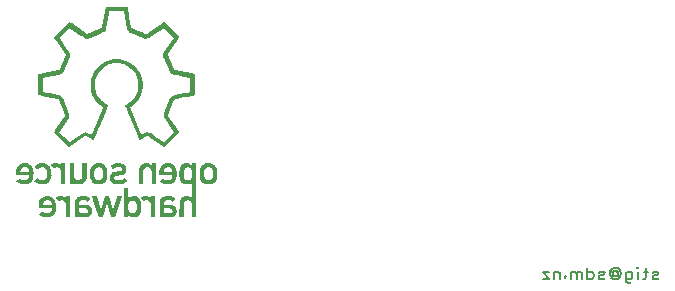
<source format=gbo>
G04 Layer: BottomSilkscreenLayer*
G04 EasyEDA Pro v2.2.45.4, 2026-02-20 22:42:29*
G04 Gerber Generator version 0.3*
G04 Scale: 100 percent, Rotated: No, Reflected: No*
G04 Dimensions in millimeters*
G04 Leading zeros omitted, absolute positions, 4 integers and 5 decimals*
G04 Generated by one-click*
%FSLAX45Y45*%
%MOMM*%
%ADD10C,0.2032*%
%ADD11C,0.4446*%
G75*


G04 Image Start*
G36*
G01X1661889Y-1874788D02*
G01X1656686Y-1874788D01*
G01X1632449Y-1858247D01*
G01X1608212Y-1841706D01*
G01X1581156Y-1823182D01*
G01X1553061Y-1803951D01*
G01X1524966Y-1784721D01*
G01X1519292Y-1782743D01*
G01X1514058Y-1784759D01*
G01X1456700Y-1815284D01*
G01X1449716Y-1815285D01*
G01X1448077Y-1812785D01*
G01X1446439Y-1810286D01*
G01X1417436Y-1740094D01*
G01X1362254Y-1607022D01*
G01X1333635Y-1537782D01*
G01X1329539Y-1528311D01*
G01X1329539Y-1522576D01*
G01X1332801Y-1517919D01*
G01X1349560Y-1507793D01*
G01X1358218Y-1500901D01*
G01X1365761Y-1495586D01*
G01X1373305Y-1490270D01*
G01X1391222Y-1474334D01*
G01X1400498Y-1462783D01*
G01X1409774Y-1451231D01*
G01X1415086Y-1442466D01*
G01X1420397Y-1433700D01*
G01X1428878Y-1415263D01*
G01X1431618Y-1407282D01*
G01X1434359Y-1399301D01*
G01X1438670Y-1381991D01*
G01X1441025Y-1366317D01*
G01X1442367Y-1340879D01*
G01X1441084Y-1328979D01*
G01X1439802Y-1317078D01*
G01X1436529Y-1301932D01*
G01X1432753Y-1290241D01*
G01X1428977Y-1278551D01*
G01X1424340Y-1268604D01*
G01X1419703Y-1258656D01*
G01X1401860Y-1232036D01*
G01X1392023Y-1221750D01*
G01X1382187Y-1211464D01*
G01X1373990Y-1204854D01*
G01X1365793Y-1198245D01*
G01X1347395Y-1186326D01*
G01X1336329Y-1181097D01*
G01X1325263Y-1175869D01*
G01X1315505Y-1172601D01*
G01X1305748Y-1169333D01*
G01X1285708Y-1165190D01*
G01X1258049Y-1162547D01*
G01X1229433Y-1165111D01*
G01X1209367Y-1169342D01*
G01X1199623Y-1172605D01*
G01X1189879Y-1175869D01*
G01X1178812Y-1181097D01*
G01X1167746Y-1186326D01*
G01X1149348Y-1198245D01*
G01X1141039Y-1204945D01*
G01X1132730Y-1211644D01*
G01X1123313Y-1221627D01*
G01X1113897Y-1231609D01*
G01X1106363Y-1242428D01*
G01X1098829Y-1253247D01*
G01X1093912Y-1262981D01*
G01X1088994Y-1272716D01*
G01X1085436Y-1281924D01*
G01X1081879Y-1291132D01*
G01X1076464Y-1312750D01*
G01X1073676Y-1330061D01*
G01X1073830Y-1369008D01*
G01X1076624Y-1382220D01*
G01X1079418Y-1395431D01*
G01X1082866Y-1405480D01*
G01X1086314Y-1415529D01*
G01X1094573Y-1433419D01*
G01X1105367Y-1451231D01*
G01X1123624Y-1473951D01*
G01X1132056Y-1481524D01*
G01X1140489Y-1489097D01*
G01X1147083Y-1493896D01*
G01X1153677Y-1498695D01*
G01X1161252Y-1504288D01*
G01X1168828Y-1509880D01*
G01X1175581Y-1513895D01*
G01X1182333Y-1517910D01*
G01X1183968Y-1520243D01*
G01X1185603Y-1522576D01*
G01X1185603Y-1527699D01*
G01X1163530Y-1580884D01*
G01X1141457Y-1634069D01*
G01X1115028Y-1697900D01*
G01X1103146Y-1726570D01*
G01X1091264Y-1755240D01*
G01X1083990Y-1772550D01*
G01X1075771Y-1792507D01*
G01X1067552Y-1812465D01*
G01X1066381Y-1813875D01*
G01X1065210Y-1815285D01*
G01X1058161Y-1815285D01*
G01X1029081Y-1799814D01*
G01X1000001Y-1784343D01*
G01X998021Y-1783587D01*
G01X996041Y-1782830D01*
G01X990859Y-1784130D01*
G01X858417Y-1874788D01*
G01X850675Y-1874788D01*
G01X789248Y-1813381D01*
G01X727821Y-1751973D01*
G01X727821Y-1744132D01*
G01X732886Y-1736703D01*
G01X737950Y-1729275D01*
G01X778202Y-1670768D01*
G01X818454Y-1612260D01*
G01X820892Y-1607706D01*
G01X820892Y-1602082D01*
G01X795272Y-1538016D01*
G01X769650Y-1473951D01*
G01X767945Y-1471933D01*
G01X766240Y-1469916D01*
G01X760829Y-1467846D01*
G01X707800Y-1458170D01*
G01X655518Y-1448480D01*
G01X603237Y-1438790D01*
G01X601102Y-1438790D01*
G01X598446Y-1436134D01*
G01X595790Y-1433479D01*
G01X595790Y-1410620D01*
G01X632585Y-1410620D01*
G01X637455Y-1411740D01*
G01X665593Y-1417014D01*
G01X677498Y-1419218D01*
G01X689402Y-1421422D01*
G01X730122Y-1429025D01*
G01X770843Y-1436628D01*
G01X775530Y-1438281D01*
G01X780217Y-1439934D01*
G01X790049Y-1446253D01*
G01X798915Y-1455559D01*
G01X801122Y-1459345D01*
G01X803329Y-1463132D01*
G01X830238Y-1530209D01*
G01X857147Y-1597285D01*
G01X857121Y-1608645D01*
G01X857096Y-1620005D01*
G01X854350Y-1626572D01*
G01X851604Y-1633139D01*
G01X818208Y-1681748D01*
G01X784812Y-1730357D01*
G01X772081Y-1748389D01*
G01X772081Y-1748389D01*
G01X815380Y-1791303D01*
G01X858680Y-1834217D01*
G01X910943Y-1798183D01*
G01X963205Y-1762148D01*
G01X970373Y-1757841D01*
G01X977541Y-1753534D01*
G01X994553Y-1750065D01*
G01X1002147Y-1751201D01*
G01X1009741Y-1752336D01*
G01X1028005Y-1761675D01*
G01X1046270Y-1771014D01*
G01X1046535Y-1770700D01*
G01X1046800Y-1770386D01*
G01X1056714Y-1746585D01*
G01X1141444Y-1542109D01*
G01X1142218Y-1539946D01*
G01X1116028Y-1520472D01*
G01X1104754Y-1509746D01*
G01X1093480Y-1499019D01*
G01X1085076Y-1488574D01*
G01X1076671Y-1478129D01*
G01X1070342Y-1467926D01*
G01X1064013Y-1457723D01*
G01X1051614Y-1431757D01*
G01X1048186Y-1421480D01*
G01X1044758Y-1411202D01*
G01X1042704Y-1402547D01*
G01X1040650Y-1393892D01*
G01X1038863Y-1382532D01*
G01X1037076Y-1371172D01*
G01X1037088Y-1332224D01*
G01X1040742Y-1308423D01*
G01X1044788Y-1291113D01*
G01X1049205Y-1278338D01*
G01X1053622Y-1265564D01*
G01X1059413Y-1253914D01*
G01X1065204Y-1242265D01*
G01X1069888Y-1234773D01*
G01X1074573Y-1227282D01*
G01X1082464Y-1216794D01*
G01X1090355Y-1206305D01*
G01X1101468Y-1195156D01*
G01X1112582Y-1184007D01*
G01X1122848Y-1176322D01*
G01X1133115Y-1168638D01*
G01X1142314Y-1162878D01*
G01X1151512Y-1157119D01*
G01X1162699Y-1151832D01*
G01X1173886Y-1146544D01*
G01X1199136Y-1138105D01*
G01X1224022Y-1132780D01*
G01X1235843Y-1131617D01*
G01X1247665Y-1130453D01*
G01X1267476Y-1130453D01*
G01X1279298Y-1131617D01*
G01X1291120Y-1132780D01*
G01X1303024Y-1135352D01*
G01X1314929Y-1137924D01*
G01X1323586Y-1140542D01*
G01X1332244Y-1143161D01*
G01X1341984Y-1147167D01*
G01X1351724Y-1151174D01*
G01X1369634Y-1160645D01*
G01X1387438Y-1172257D01*
G01X1398470Y-1181134D01*
G01X1409502Y-1190012D01*
G01X1418781Y-1200099D01*
G01X1428061Y-1210186D01*
G01X1434076Y-1218193D01*
G01X1440090Y-1226200D01*
G01X1452209Y-1245674D01*
G01X1462828Y-1268122D01*
G01X1472279Y-1296522D01*
G01X1474467Y-1307882D01*
G01X1476654Y-1319242D01*
G01X1477875Y-1330602D01*
G01X1479095Y-1341961D01*
G01X1478372Y-1357108D01*
G01X1477648Y-1372254D01*
G01X1474491Y-1393892D01*
G01X1472424Y-1402547D01*
G01X1470357Y-1411202D01*
G01X1464682Y-1428512D01*
G01X1460202Y-1438790D01*
G01X1455721Y-1449068D01*
G01X1449717Y-1459623D01*
G01X1443713Y-1470179D01*
G01X1429644Y-1490056D01*
G01X1406063Y-1514593D01*
G01X1386355Y-1530352D01*
G01X1381485Y-1533771D01*
G01X1376615Y-1537190D01*
G01X1374752Y-1538664D01*
G01X1372889Y-1540139D01*
G01X1405014Y-1617841D01*
G01X1457447Y-1744421D01*
G01X1468278Y-1770386D01*
G01X1468634Y-1770759D01*
G01X1468989Y-1771131D01*
G01X1482830Y-1763727D01*
G01X1496671Y-1756322D01*
G01X1502659Y-1753984D01*
G01X1508647Y-1751645D01*
G01X1520551Y-1750230D01*
G01X1534620Y-1752480D01*
G01X1546705Y-1758684D01*
G01X1601594Y-1796304D01*
G01X1656484Y-1833924D01*
G01X1656888Y-1833530D01*
G01X1657293Y-1833136D01*
G01X1742979Y-1748103D01*
G01X1740371Y-1744639D01*
G01X1737764Y-1741176D01*
G01X1700398Y-1686828D01*
G01X1663032Y-1632481D01*
G01X1660679Y-1626243D01*
G01X1658326Y-1620005D01*
G01X1657755Y-1611891D01*
G01X1657185Y-1603777D01*
G01X1658899Y-1597096D01*
G01X1660613Y-1590415D01*
G01X1711796Y-1463132D01*
G01X1714986Y-1458076D01*
G01X1718177Y-1453020D01*
G01X1722717Y-1448853D01*
G01X1727257Y-1444686D01*
G01X1731163Y-1442284D01*
G01X1735070Y-1439883D01*
G01X1744266Y-1436639D01*
G01X1785002Y-1429036D01*
G01X1825739Y-1421434D01*
G01X1837102Y-1419324D01*
G01X1848466Y-1417215D01*
G01X1865014Y-1414074D01*
G01X1881562Y-1410933D01*
G01X1882170Y-1410326D01*
G01X1882777Y-1409718D01*
G01X1882761Y-1290344D01*
G01X1881847Y-1289537D01*
G01X1880933Y-1288728D01*
G01X1795437Y-1273044D01*
G01X1774874Y-1269091D01*
G01X1759723Y-1266285D01*
G01X1744572Y-1263479D01*
G01X1739702Y-1262249D01*
G01X1734832Y-1261018D01*
G01X1725092Y-1256177D01*
G01X1719923Y-1251620D01*
G01X1714754Y-1247062D01*
G01X1711705Y-1242581D01*
G01X1708656Y-1238101D01*
G01X1692142Y-1199694D01*
G01X1675628Y-1161287D01*
G01X1664647Y-1135863D01*
G01X1653665Y-1110439D01*
G01X1653667Y-1097997D01*
G01X1653669Y-1085555D01*
G01X1659852Y-1072167D01*
G01X1701392Y-1011784D01*
G01X1742931Y-951402D01*
G01X1657100Y-865570D01*
G01X1639410Y-877652D01*
G01X1621720Y-889735D01*
G01X1600897Y-904012D01*
G01X1580074Y-918290D01*
G01X1554642Y-935486D01*
G01X1529209Y-952682D01*
G01X1518387Y-956156D01*
G01X1508365Y-957559D01*
G01X1500692Y-956369D01*
G01X1493019Y-955179D01*
G01X1458626Y-941240D01*
G01X1424233Y-927302D01*
G01X1400996Y-917857D01*
G01X1377759Y-908412D01*
G01X1371776Y-905607D01*
G01X1365793Y-902803D01*
G01X1359696Y-896751D01*
G01X1353599Y-890701D01*
G01X1350916Y-885349D01*
G01X1348232Y-879998D01*
G01X1345835Y-872425D01*
G01X1318716Y-726714D01*
G01X1318716Y-725830D01*
G01X1196741Y-725830D01*
G01X1192209Y-750172D01*
G01X1169187Y-873506D01*
G01X1165052Y-885297D01*
G01X1160389Y-891301D01*
G01X1155726Y-897304D01*
G01X1150551Y-901214D01*
G01X1145375Y-905125D01*
G01X1120847Y-915167D01*
G01X1096319Y-925209D01*
G01X1054112Y-942451D01*
G01X1038562Y-948791D01*
G01X1023012Y-955130D01*
G01X1016603Y-956391D01*
G01X1010193Y-957651D01*
G01X1004015Y-956995D01*
G01X997836Y-956338D01*
G01X992032Y-954603D01*
G01X986228Y-952868D01*
G01X964435Y-938155D01*
G01X942643Y-923441D01*
G01X904765Y-897284D01*
G01X893943Y-889915D01*
G01X883120Y-882546D01*
G01X870834Y-874127D01*
G01X858548Y-865709D01*
G01X815357Y-908465D01*
G01X772167Y-951220D01*
G01X773532Y-953189D01*
G01X774898Y-955158D01*
G01X815907Y-1014821D01*
G01X856916Y-1074483D01*
G01X859444Y-1081642D01*
G01X861971Y-1088801D01*
G01X862005Y-1106111D01*
G01X860854Y-1110256D01*
G01X859702Y-1114401D01*
G01X807963Y-1235392D01*
G01X804389Y-1242303D01*
G01X798857Y-1248149D01*
G01X793326Y-1253996D01*
G01X788946Y-1256562D01*
G01X784567Y-1259127D01*
G01X779732Y-1260868D01*
G01X774898Y-1262608D01*
G01X707800Y-1275190D01*
G01X670196Y-1282069D01*
G01X632593Y-1288949D01*
G01X632585Y-1410620D01*
G01X595790Y-1410620D01*
G01X595790Y-1259679D01*
G01X597416Y-1257357D01*
G01X599043Y-1255035D01*
G01X606071Y-1252833D01*
G01X641243Y-1246328D01*
G01X676415Y-1239824D01*
G01X765158Y-1223403D01*
G01X768218Y-1222201D01*
G01X771278Y-1221000D01*
G01X774225Y-1216463D01*
G01X799723Y-1156989D01*
G01X825221Y-1097516D01*
G01X825221Y-1089644D01*
G01X810738Y-1068667D01*
G01X796255Y-1047689D01*
G01X762070Y-997923D01*
G01X727884Y-948156D01*
G01X727821Y-939538D01*
G01X850654Y-817865D01*
G01X854852Y-817827D01*
G01X859049Y-817790D01*
G01X867297Y-823383D01*
G01X875545Y-828977D01*
G01X936691Y-870810D01*
G01X997836Y-912642D01*
G01X1003739Y-916457D01*
G01X1010823Y-916456D01*
G01X1047078Y-901673D01*
G01X1083332Y-886889D01*
G01X1104934Y-878043D01*
G01X1126536Y-869197D01*
G01X1129437Y-866757D01*
G01X1132337Y-864317D01*
G01X1132947Y-861879D01*
G01X1133556Y-859442D01*
G01X1149291Y-775133D01*
G01X1165026Y-690823D01*
G01X1167386Y-688312D01*
G01X1169746Y-685800D01*
G01X1344569Y-685800D01*
G01X1347297Y-688234D01*
G01X1350025Y-690668D01*
G01X1365875Y-776137D01*
G01X1381726Y-861606D01*
G01X1383244Y-864025D01*
G01X1384762Y-866444D01*
G01X1387297Y-868104D01*
G01X1389832Y-869765D01*
G01X1407032Y-876841D01*
G01X1424233Y-883918D01*
G01X1474016Y-904144D01*
G01X1487544Y-909824D01*
G01X1501071Y-915504D01*
G01X1511510Y-916460D01*
G01X1534620Y-900743D01*
G01X1544631Y-893887D01*
G01X1554642Y-887030D01*
G01X1574663Y-873335D01*
G01X1599554Y-856269D01*
G01X1655830Y-817704D01*
G01X1660335Y-818017D01*
G01X1664841Y-818331D01*
G01X1726080Y-879219D01*
G01X1787320Y-940107D01*
G01X1787320Y-947587D01*
G01X1777191Y-962477D01*
G01X1767062Y-977367D01*
G01X1728491Y-1033523D01*
G01X1689920Y-1089679D01*
G01X1689920Y-1097500D01*
G01X1715193Y-1156486D01*
G01X1740467Y-1215472D01*
G01X1741740Y-1217850D01*
G01X1743013Y-1220227D01*
G01X1745957Y-1221721D01*
G01X1748901Y-1223215D01*
G01X1755394Y-1224359D01*
G01X1761888Y-1225503D01*
G01X1832232Y-1238576D01*
G01X1902577Y-1251650D01*
G01X1908418Y-1252829D01*
G01X1914258Y-1254007D01*
G01X1919352Y-1259099D01*
G01X1919352Y-1433479D01*
G01X1914329Y-1438500D01*
G01X1906829Y-1439784D01*
G01X1899330Y-1441069D01*
G01X1861453Y-1448081D01*
G01X1823575Y-1455092D01*
G01X1771628Y-1464679D01*
G01X1761445Y-1466509D01*
G01X1751262Y-1468338D01*
G01X1748280Y-1471145D01*
G01X1745297Y-1473951D01*
G01X1719634Y-1538077D01*
G01X1693970Y-1602202D01*
G01X1694522Y-1606316D01*
G01X1695074Y-1610429D01*
G01X1738335Y-1673017D01*
G01X1762827Y-1708605D01*
G01X1787320Y-1744194D01*
G01X1787320Y-1751949D01*
G01X1667734Y-1871690D01*
G01X1664812Y-1873239D01*
G01X1661889Y-1874788D01*
G37*
G36*
G01X1826318Y-2361094D02*
G01X1826299Y-2414918D01*
G01X1826280Y-2468741D01*
G01X1789347Y-2468741D01*
G01X1790184Y-2339456D01*
G01X1791959Y-2333555D01*
G01X1793734Y-2327654D01*
G01X1797085Y-2320850D01*
G01X1800435Y-2314047D01*
G01X1814138Y-2300144D01*
G01X1823185Y-2295803D01*
G01X1832232Y-2291461D01*
G01X1838654Y-2290305D01*
G01X1845076Y-2289149D01*
G01X1850559Y-2289168D01*
G01X1856041Y-2289186D01*
G01X1863617Y-2290769D01*
G01X1871193Y-2292352D01*
G01X1878768Y-2296195D01*
G01X1886344Y-2300038D01*
G01X1895002Y-2307811D01*
G01X1895287Y-2274216D01*
G01X1895573Y-2240620D01*
G01X1895287Y-2206398D01*
G01X1895002Y-2172175D01*
G01X1886344Y-2179459D01*
G01X1875521Y-2186014D01*
G01X1869028Y-2188525D01*
G01X1862535Y-2191035D01*
G01X1838726Y-2191180D01*
G01X1832774Y-2189184D01*
G01X1826821Y-2187187D01*
G01X1814120Y-2180523D01*
G01X1801930Y-2168383D01*
G01X1798453Y-2162501D01*
G01X1794976Y-2156618D01*
G01X1793321Y-2150127D01*
G01X1791666Y-2143636D01*
G01X1790593Y-2130653D01*
G01X1789877Y-2121998D01*
G01X1826821Y-2121998D01*
G01X1829854Y-2133823D01*
G01X1831871Y-2138381D01*
G01X1833888Y-2142940D01*
G01X1843898Y-2151748D01*
G01X1848347Y-2153096D01*
G01X1852795Y-2154443D01*
G01X1861994Y-2154449D01*
G01X1861994Y-2154449D01*
G01X1871193Y-2154454D01*
G01X1877494Y-2151361D01*
G01X1883796Y-2148268D01*
G01X1886975Y-2143880D01*
G01X1890155Y-2139492D01*
G01X1892474Y-2132368D01*
G01X1894793Y-2125244D01*
G01X1895284Y-2104987D01*
G01X1895775Y-2084731D01*
G01X1894531Y-2077587D01*
G01X1893286Y-2070444D01*
G01X1889003Y-2058999D01*
G01X1884445Y-2054488D01*
G01X1879887Y-2049977D01*
G01X1873376Y-2047841D01*
G01X1866864Y-2045706D01*
G01X1859107Y-2046166D01*
G01X1851350Y-2046627D01*
G01X1846120Y-2048939D01*
G01X1840890Y-2051251D01*
G01X1837813Y-2054168D01*
G01X1834736Y-2057085D01*
G01X1832258Y-2061954D01*
G01X1829780Y-2066822D01*
G01X1828356Y-2073313D01*
G01X1826931Y-2079805D01*
G01X1826876Y-2100901D01*
G01X1826821Y-2121998D01*
G01X1789877Y-2121998D01*
G01X1789519Y-2117670D01*
G01X1789548Y-2086296D01*
G01X1790544Y-2072682D01*
G01X1791541Y-2059067D01*
G01X1793293Y-2051366D01*
G01X1795046Y-2043665D01*
G01X1799140Y-2037393D01*
G01X1803235Y-2031120D01*
G01X1812752Y-2021806D01*
G01X1822821Y-2015344D01*
G01X1835479Y-2010773D01*
G01X1847925Y-2010455D01*
G01X1860370Y-2010136D01*
G01X1865781Y-2011538D01*
G01X1871193Y-2012940D01*
G01X1882015Y-2017866D01*
G01X1888779Y-2023159D01*
G01X1895543Y-2028452D01*
G01X1895543Y-2011105D01*
G01X1932338Y-2011105D01*
G01X1932338Y-2468741D01*
G01X1895614Y-2468741D01*
G01X1895308Y-2410049D01*
G01X1895002Y-2351357D01*
G01X1892198Y-2345407D01*
G01X1889395Y-2339456D01*
G01X1886606Y-2336161D01*
G01X1883817Y-2332865D01*
G01X1878046Y-2329722D01*
G01X1872275Y-2326578D01*
G01X1862910Y-2326128D01*
G01X1853546Y-2325678D01*
G01X1847759Y-2328337D01*
G01X1841972Y-2330996D01*
G01X1838434Y-2333988D01*
G01X1834896Y-2336980D01*
G01X1832180Y-2341611D01*
G01X1829465Y-2346243D01*
G01X1827892Y-2353668D01*
G01X1826318Y-2361094D01*
G37*
G36*
G01X1245786Y-2468741D02*
G01X1212951Y-2468741D01*
G01X1194716Y-2407666D01*
G01X1176482Y-2346591D01*
G01X1176075Y-2346997D01*
G01X1175668Y-2347404D01*
G01X1157621Y-2407802D01*
G01X1139573Y-2468200D01*
G01X1106378Y-2468200D01*
G01X1078351Y-2380596D01*
G01X1050324Y-2292992D01*
G01X1050324Y-2291313D01*
G01X1088949Y-2291313D01*
G01X1105596Y-2352374D01*
G01X1122243Y-2413435D01*
G01X1123375Y-2412357D01*
G01X1142919Y-2352105D01*
G01X1162464Y-2291853D01*
G01X1189672Y-2291250D01*
G01X1207077Y-2344866D01*
G01X1218213Y-2379203D01*
G01X1229349Y-2413540D01*
G01X1230028Y-2412741D01*
G01X1230706Y-2411942D01*
G01X1262729Y-2294017D01*
G01X1263754Y-2291313D01*
G01X1302715Y-2291313D01*
G01X1301685Y-2294017D01*
G01X1245786Y-2468741D01*
G37*
G36*
G01X1430172Y-2465729D02*
G01X1422021Y-2468317D01*
G01X1413870Y-2470905D01*
G01X1403359Y-2470892D01*
G01X1392849Y-2470879D01*
G01X1387263Y-2469392D01*
G01X1381677Y-2467906D01*
G01X1375893Y-2465258D01*
G01X1370109Y-2462611D01*
G01X1363893Y-2457550D01*
G01X1357676Y-2452488D01*
G01X1357676Y-2468741D01*
G01X1320881Y-2468741D01*
G01X1320881Y-2400236D01*
G01X1357676Y-2400236D01*
G01X1359776Y-2408442D01*
G01X1361875Y-2416647D01*
G01X1364516Y-2420786D01*
G01X1367157Y-2424925D01*
G01X1369735Y-2427306D01*
G01X1372313Y-2429688D01*
G01X1372313Y-2429688D01*
G01X1377448Y-2431958D01*
G01X1382583Y-2434229D01*
G01X1401076Y-2434229D01*
G01X1406772Y-2431622D01*
G01X1412468Y-2429015D01*
G01X1415526Y-2425958D01*
G01X1418585Y-2422900D01*
G01X1421146Y-2417307D01*
G01X1423708Y-2411713D01*
G01X1426202Y-2398960D01*
G01X1426235Y-2379486D01*
G01X1426268Y-2360012D01*
G01X1424854Y-2353521D01*
G01X1423439Y-2347029D01*
G01X1418496Y-2337292D01*
G01X1416494Y-2335039D01*
G01X1414493Y-2332786D01*
G01X1411546Y-2330876D01*
G01X1408598Y-2328967D01*
G01X1399342Y-2326077D01*
G01X1383731Y-2325933D01*
G01X1377953Y-2328094D01*
G01X1372175Y-2330255D01*
G01X1368808Y-2333774D01*
G01X1365441Y-2337292D01*
G01X1363161Y-2341721D01*
G01X1360881Y-2346151D01*
G01X1357714Y-2361094D01*
G01X1357695Y-2380665D01*
G01X1357676Y-2400236D01*
G01X1320881Y-2400236D01*
G01X1320881Y-2219908D01*
G01X1357676Y-2219908D01*
G01X1357676Y-2308536D01*
G01X1372286Y-2297448D01*
G01X1379024Y-2294381D01*
G01X1385762Y-2291315D01*
G01X1393259Y-2290029D01*
G01X1400755Y-2288744D01*
G01X1410452Y-2289857D01*
G01X1420148Y-2290969D01*
G01X1434919Y-2297879D01*
G01X1445412Y-2305879D01*
G01X1450432Y-2312267D01*
G01X1455453Y-2318655D01*
G01X1457898Y-2325390D01*
G01X1460344Y-2332126D01*
G01X1461494Y-2340659D01*
G01X1462644Y-2349193D01*
G01X1463488Y-2388141D01*
G01X1461789Y-2420597D01*
G01X1460070Y-2427910D01*
G01X1458350Y-2435222D01*
G01X1455660Y-2440529D01*
G01X1452970Y-2445836D01*
G01X1446959Y-2452326D01*
G01X1440948Y-2458817D01*
G01X1435560Y-2462273D01*
G01X1430172Y-2465729D01*
G37*
G36*
G01X1299777Y-2188485D02*
G01X1290166Y-2190132D01*
G01X1280555Y-2191779D01*
G01X1266228Y-2191767D01*
G01X1255947Y-2190202D01*
G01X1245666Y-2188637D01*
G01X1233752Y-2184506D01*
G01X1227150Y-2181174D01*
G01X1220547Y-2177842D01*
G01X1214448Y-2172270D01*
G01X1208349Y-2166697D01*
G01X1204503Y-2158918D01*
G01X1200657Y-2151138D01*
G01X1198529Y-2136119D01*
G01X1199795Y-2126326D01*
G01X1202100Y-2115507D01*
G01X1205885Y-2108213D01*
G01X1209670Y-2100920D01*
G01X1217800Y-2093577D01*
G01X1222627Y-2090749D01*
G01X1227455Y-2087921D01*
G01X1235971Y-2085744D01*
G01X1244486Y-2083566D01*
G01X1266006Y-2081944D01*
G01X1287525Y-2080322D01*
G01X1298215Y-2075725D01*
G01X1300358Y-2072717D01*
G01X1302501Y-2069709D01*
G01X1303149Y-2066469D01*
G01X1303797Y-2063229D01*
G01X1301144Y-2054921D01*
G01X1297771Y-2051361D01*
G01X1294398Y-2047801D01*
G01X1288430Y-2046029D01*
G01X1282462Y-2044257D01*
G01X1271741Y-2044408D01*
G01X1261020Y-2044559D01*
G01X1252038Y-2047418D01*
G01X1243056Y-2050277D01*
G01X1234707Y-2055033D01*
G01X1226358Y-2059790D01*
G01X1224755Y-2059790D01*
G01X1215730Y-2049277D01*
G01X1206706Y-2038763D01*
G01X1202816Y-2033895D01*
G01X1209631Y-2028874D01*
G01X1216446Y-2023853D01*
G01X1223782Y-2020154D01*
G01X1231118Y-2016456D01*
G01X1241098Y-2013672D01*
G01X1251077Y-2010888D01*
G01X1269475Y-2010515D01*
G01X1287873Y-2010142D01*
G01X1292202Y-2011174D01*
G01X1298695Y-2012890D01*
G01X1305188Y-2014606D01*
G01X1312663Y-2018364D01*
G01X1320138Y-2022122D01*
G01X1331288Y-2033284D01*
G01X1334230Y-2039304D01*
G01X1337172Y-2045324D01*
G01X1338908Y-2053833D01*
G01X1340643Y-2062341D01*
G01X1339472Y-2070624D01*
G01X1338300Y-2078906D01*
G01X1333684Y-2091239D01*
G01X1327838Y-2097551D01*
G01X1321992Y-2103864D01*
G01X1314550Y-2107773D01*
G01X1307108Y-2111683D01*
G01X1293284Y-2114824D01*
G01X1252159Y-2118275D01*
G01X1247174Y-2119901D01*
G01X1242189Y-2121528D01*
G01X1239777Y-2124094D01*
G01X1237366Y-2126661D01*
G01X1236349Y-2131182D01*
G01X1235333Y-2135703D01*
G01X1237358Y-2143033D01*
G01X1242221Y-2149860D01*
G01X1249355Y-2153239D01*
G01X1256488Y-2156618D01*
G01X1271098Y-2156610D01*
G01X1285708Y-2156603D01*
G01X1293284Y-2154189D01*
G01X1300860Y-2151775D01*
G01X1308435Y-2147544D01*
G01X1316011Y-2143313D01*
G01X1321237Y-2138709D01*
G01X1326463Y-2134105D01*
G01X1351183Y-2158747D01*
G01X1351183Y-2160252D01*
G01X1333740Y-2174205D01*
G01X1323793Y-2179152D01*
G01X1313846Y-2184099D01*
G01X1299777Y-2188485D01*
G37*
G36*
G01X504341Y-2187363D02*
G01X497307Y-2189244D01*
G01X490272Y-2191125D01*
G01X458888Y-2191072D01*
G01X451853Y-2189166D01*
G01X444819Y-2187260D01*
G01X429415Y-2180153D01*
G01X425262Y-2177331D01*
G01X421108Y-2174509D01*
G01X415377Y-2168941D01*
G01X409647Y-2163374D01*
G01X409647Y-2161876D01*
G01X422683Y-2150803D01*
G01X435720Y-2139731D01*
G01X440811Y-2143975D01*
G01X445901Y-2148219D01*
G01X451573Y-2151079D01*
G01X457245Y-2153940D01*
G01X464560Y-2155661D01*
G01X471875Y-2157381D01*
G01X478910Y-2156815D01*
G01X485946Y-2156248D01*
G01X492056Y-2153963D01*
G01X498166Y-2151678D01*
G01X502914Y-2147500D01*
G01X507661Y-2143323D01*
G01X510650Y-2137832D01*
G01X513640Y-2132342D01*
G01X516749Y-2117670D01*
G01X516768Y-2115777D01*
G01X516787Y-2113884D01*
G01X406400Y-2113884D01*
G01X406400Y-2084673D01*
G01X442887Y-2084673D01*
G01X516990Y-2084673D01*
G01X516212Y-2079015D01*
G01X515433Y-2073357D01*
G01X513911Y-2069043D01*
G01X512388Y-2064729D01*
G01X509739Y-2060210D01*
G01X507089Y-2055690D01*
G01X503677Y-2052820D01*
G01X500265Y-2049949D01*
G01X496036Y-2047793D01*
G01X491808Y-2045637D01*
G01X485629Y-2044841D01*
G01X479450Y-2044045D01*
G01X468365Y-2045501D01*
G01X458888Y-2049759D01*
G01X450475Y-2058167D01*
G01X447384Y-2064694D01*
G01X444294Y-2071221D01*
G01X444294Y-2071221D01*
G01X443591Y-2077947D01*
G01X442887Y-2084673D01*
G01X406400Y-2084673D01*
G01X406400Y-2074845D01*
G01X408095Y-2066506D01*
G01X409790Y-2058167D01*
G01X413954Y-2049512D01*
G01X418118Y-2040857D01*
G01X423352Y-2034843D01*
G01X428586Y-2028829D01*
G01X433817Y-2024685D01*
G01X439048Y-2020541D01*
G01X446198Y-2016945D01*
G01X453348Y-2013349D01*
G01X460857Y-2011641D01*
G01X468365Y-2009934D01*
G01X476613Y-2009500D01*
G01X484861Y-2009066D01*
G01X491304Y-2010074D01*
G01X497746Y-2011082D01*
G01X501585Y-2012325D01*
G01X505424Y-2013568D01*
G01X512497Y-2017102D01*
G01X519571Y-2020636D01*
G01X525208Y-2025337D01*
G01X530845Y-2030038D01*
G01X539840Y-2041939D01*
G01X546935Y-2057150D01*
G01X549186Y-2065741D01*
G01X551437Y-2074333D01*
G01X553967Y-2098599D01*
G01X552706Y-2112462D01*
G01X551445Y-2126326D01*
G01X549250Y-2135392D01*
G01X547055Y-2144457D01*
G01X538191Y-2162339D01*
G01X533345Y-2167877D01*
G01X528499Y-2173415D01*
G01X521832Y-2178145D01*
G01X515164Y-2182874D01*
G01X509753Y-2185118D01*
G01X504341Y-2187363D01*
G37*
G36*
G01X1702365Y-2191209D02*
G01X1674227Y-2191209D01*
G01X1666111Y-2189221D01*
G01X1657994Y-2187233D01*
G01X1648206Y-2182558D01*
G01X1638418Y-2177883D01*
G01X1622735Y-2163368D01*
G01X1623049Y-2162503D01*
G01X1623363Y-2161638D01*
G01X1636215Y-2150724D01*
G01X1649067Y-2139810D01*
G01X1650812Y-2141182D01*
G01X1652558Y-2142554D01*
G01X1657909Y-2147364D01*
G01X1670122Y-2153871D01*
G01X1677586Y-2155626D01*
G01X1685050Y-2157381D01*
G01X1692085Y-2156815D01*
G01X1699121Y-2156248D01*
G01X1711460Y-2151633D01*
G01X1716869Y-2146772D01*
G01X1722278Y-2141910D01*
G01X1724937Y-2136281D01*
G01X1727596Y-2130653D01*
G01X1728779Y-2124234D01*
G01X1729962Y-2117814D01*
G01X1729962Y-2113884D01*
G01X1619356Y-2113884D01*
G01X1619833Y-2091435D01*
G01X1619977Y-2084673D01*
G01X1656073Y-2084673D01*
G01X1729962Y-2084673D01*
G01X1729962Y-2080641D01*
G01X1728905Y-2075066D01*
G01X1727847Y-2069491D01*
G01X1724912Y-2063500D01*
G01X1721978Y-2057509D01*
G01X1717902Y-2053828D01*
G01X1713826Y-2050147D01*
G01X1709405Y-2047892D01*
G01X1704983Y-2045637D01*
G01X1698804Y-2044841D01*
G01X1692625Y-2044045D01*
G01X1686934Y-2044793D01*
G01X1681244Y-2045541D01*
G01X1671570Y-2050223D01*
G01X1666859Y-2055460D01*
G01X1662149Y-2060698D01*
G01X1659798Y-2066838D01*
G01X1659798Y-2066838D01*
G01X1657448Y-2072979D01*
G01X1656073Y-2084673D01*
G01X1619977Y-2084673D01*
G01X1620310Y-2068986D01*
G01X1622999Y-2060156D01*
G01X1625688Y-2051326D01*
G01X1629396Y-2045010D01*
G01X1633103Y-2038693D01*
G01X1649336Y-2022424D01*
G01X1657994Y-2017972D01*
G01X1666652Y-2013519D01*
G01X1673861Y-2011745D01*
G01X1681070Y-2009970D01*
G01X1689553Y-2009518D01*
G01X1698036Y-2009066D01*
G01X1711023Y-2011056D01*
G01X1724010Y-2015654D01*
G01X1728605Y-2018291D01*
G01X1733200Y-2020928D01*
G01X1739521Y-2026187D01*
G01X1745842Y-2031446D01*
G01X1753865Y-2043529D01*
G01X1756985Y-2049816D01*
G01X1760106Y-2056103D01*
G01X1762263Y-2064708D01*
G01X1764420Y-2073313D01*
G01X1765589Y-2081094D01*
G01X1766758Y-2088874D01*
G01X1766752Y-2110097D01*
G01X1765558Y-2119834D01*
G01X1764364Y-2129571D01*
G01X1761711Y-2138727D01*
G01X1759058Y-2147883D01*
G01X1755120Y-2155496D01*
G01X1751182Y-2163110D01*
G01X1734588Y-2179655D01*
G01X1726593Y-2183430D01*
G01X1718599Y-2187205D01*
G01X1710482Y-2189207D01*
G01X1702365Y-2191209D01*
G37*
G36*
G01X680744Y-2470890D02*
G01X653494Y-2470905D01*
G01X644933Y-2468724D01*
G01X636373Y-2466543D01*
G01X628408Y-2462771D01*
G01X620444Y-2458998D01*
G01X615963Y-2455571D01*
G01X611482Y-2452143D01*
G01X606882Y-2447775D01*
G01X602283Y-2443407D01*
G01X602283Y-2441801D01*
G01X627582Y-2420056D01*
G01X628190Y-2420059D01*
G01X628797Y-2420062D01*
G01X632585Y-2423365D01*
G01X636373Y-2426669D01*
G01X640788Y-2429308D01*
G01X645204Y-2431947D01*
G01X651611Y-2434189D01*
G01X658017Y-2436431D01*
G01X667758Y-2436497D01*
G01X677498Y-2436564D01*
G01X683502Y-2434265D01*
G01X689506Y-2431965D01*
G01X693975Y-2428679D01*
G01X698445Y-2425393D01*
G01X701812Y-2420312D01*
G01X705179Y-2415230D01*
G01X706664Y-2409800D01*
G01X708149Y-2404369D01*
G01X708766Y-2399230D01*
G01X709382Y-2394091D01*
G01X599036Y-2394091D01*
G01X599055Y-2373806D01*
G01X599064Y-2363799D01*
G01X635529Y-2363799D01*
G01X709556Y-2363799D01*
G01X708070Y-2353521D01*
G01X706474Y-2348729D01*
G01X704877Y-2343938D01*
G01X702314Y-2339879D01*
G01X699751Y-2335820D01*
G01X696741Y-2332969D01*
G01X693731Y-2330119D01*
G01X687238Y-2326651D01*
G01X682909Y-2325218D01*
G01X678580Y-2323786D01*
G01X670313Y-2324132D01*
G01X662046Y-2324479D01*
G01X656012Y-2327430D01*
G01X649978Y-2330382D01*
G01X645773Y-2335157D01*
G01X641568Y-2339933D01*
G01X639153Y-2346186D01*
G01X639153Y-2346186D01*
G01X636739Y-2352439D01*
G01X635529Y-2363799D01*
G01X599064Y-2363799D01*
G01X599074Y-2353521D01*
G01X602217Y-2338374D01*
G01X612517Y-2317819D01*
G01X619659Y-2310786D01*
G01X626800Y-2303754D01*
G01X640702Y-2295585D01*
G01X658017Y-2290016D01*
G01X669381Y-2289597D01*
G01X680744Y-2289178D01*
G01X687238Y-2290681D01*
G01X693731Y-2292184D01*
G01X705863Y-2296760D01*
G01X716458Y-2303663D01*
G01X723024Y-2310278D01*
G01X729590Y-2316893D01*
G01X734642Y-2327093D01*
G01X739695Y-2337292D01*
G01X741851Y-2345757D01*
G01X744007Y-2354222D01*
G01X745286Y-2366012D01*
G01X746565Y-2377801D01*
G01X745346Y-2392167D01*
G01X744128Y-2406533D01*
G01X741909Y-2415188D01*
G01X739691Y-2423843D01*
G01X732471Y-2438989D01*
G01X727711Y-2445159D01*
G01X722951Y-2451329D01*
G01X711834Y-2460074D01*
G01X705271Y-2463329D01*
G01X698708Y-2466585D01*
G01X689726Y-2468737D01*
G01X680744Y-2470890D01*
G37*
G36*
G01X1141772Y-2183289D02*
G01X1134197Y-2187139D01*
G01X1120128Y-2191180D01*
G01X1090908Y-2191061D01*
G01X1073592Y-2185365D01*
G01X1067099Y-2181541D01*
G01X1060605Y-2177718D01*
G01X1052896Y-2169576D01*
G01X1045187Y-2161434D01*
G01X1038367Y-2148642D01*
G01X1036212Y-2140220D01*
G01X1034057Y-2131798D01*
G01X1033035Y-2117498D01*
G01X1032013Y-2103198D01*
G01X1032052Y-2102524D01*
G01X1068661Y-2102524D01*
G01X1069976Y-2121998D01*
G01X1073135Y-2134981D01*
G01X1075748Y-2138938D01*
G01X1078360Y-2142895D01*
G01X1081061Y-2145594D01*
G01X1083762Y-2148294D01*
G01X1083762Y-2148294D01*
G01X1090040Y-2151338D01*
G01X1096319Y-2154382D01*
G01X1115799Y-2154382D01*
G01X1121751Y-2151477D01*
G01X1127703Y-2148572D01*
G01X1133726Y-2142942D01*
G01X1136355Y-2138961D01*
G01X1138983Y-2134981D01*
G01X1140578Y-2128489D01*
G01X1142173Y-2121998D01*
G01X1143542Y-2096033D01*
G01X1142400Y-2084260D01*
G01X1141259Y-2072487D01*
G01X1138481Y-2066409D01*
G01X1135703Y-2060331D01*
G01X1132244Y-2056718D01*
G01X1128786Y-2053105D01*
G01X1118513Y-2047857D01*
G01X1114451Y-2046834D01*
G01X1110388Y-2045810D01*
G01X1103518Y-2046278D01*
G01X1096648Y-2046746D01*
G01X1090531Y-2049538D01*
G01X1084414Y-2052330D01*
G01X1080444Y-2056194D01*
G01X1076473Y-2060058D01*
G01X1073581Y-2066501D01*
G01X1070688Y-2072943D01*
G01X1069675Y-2087734D01*
G01X1068661Y-2102524D01*
G01X1032052Y-2102524D01*
G01X1033008Y-2086092D01*
G01X1034003Y-2068986D01*
G01X1036185Y-2060532D01*
G01X1038367Y-2052078D01*
G01X1041779Y-2045678D01*
G01X1045192Y-2039278D01*
G01X1051816Y-2032413D01*
G01X1058441Y-2025549D01*
G01X1062229Y-2022811D01*
G01X1066017Y-2020072D01*
G01X1075653Y-2015166D01*
G01X1081657Y-2013002D01*
G01X1087661Y-2010838D01*
G01X1119046Y-2010191D01*
G01X1124457Y-2011223D01*
G01X1129868Y-2012938D01*
G01X1135279Y-2014652D01*
G01X1147184Y-2020720D01*
G01X1152567Y-2024863D01*
G01X1157951Y-2029005D01*
G01X1163175Y-2035472D01*
G01X1168399Y-2041939D01*
G01X1171628Y-2048478D01*
G01X1174858Y-2055016D01*
G01X1176930Y-2065130D01*
G01X1179003Y-2075243D01*
G01X1179476Y-2090506D01*
G01X1179949Y-2105770D01*
G01X1178116Y-2131735D01*
G01X1175934Y-2140189D01*
G01X1173751Y-2148642D01*
G01X1170247Y-2155335D01*
G01X1166743Y-2162028D01*
G01X1149348Y-2179439D01*
G01X1141772Y-2183289D01*
G37*
G36*
G01X2050842Y-2191061D02*
G01X2021622Y-2191180D01*
G01X2007553Y-2187139D01*
G01X1999977Y-2183307D01*
G01X1992402Y-2179474D01*
G01X1983556Y-2170528D01*
G01X1974711Y-2161582D01*
G01X1970809Y-2153690D01*
G01X1966907Y-2145798D01*
G01X1964606Y-2134980D01*
G01X1962306Y-2124162D01*
G01X1962341Y-2103200D01*
G01X1998002Y-2103200D01*
G01X1999200Y-2115304D01*
G01X2000398Y-2127407D01*
G01X2002074Y-2132121D01*
G01X2003751Y-2136835D01*
G01X2011500Y-2147388D01*
G01X2011500Y-2147388D01*
G01X2018725Y-2150896D01*
G01X2025951Y-2154404D01*
G01X2035691Y-2154393D01*
G01X2045431Y-2154382D01*
G01X2051602Y-2151389D01*
G01X2057773Y-2148396D01*
G01X2067417Y-2137673D01*
G01X2071010Y-2127407D01*
G01X2072072Y-2111894D01*
G01X2073134Y-2096381D01*
G01X2070905Y-2072517D01*
G01X2068120Y-2066424D01*
G01X2065335Y-2060331D01*
G01X2061876Y-2056718D01*
G01X2058418Y-2053105D01*
G01X2048145Y-2047857D01*
G01X2044083Y-2046900D01*
G01X2040020Y-2045943D01*
G01X2036189Y-2045834D01*
G01X2032358Y-2045725D01*
G01X2026179Y-2047334D01*
G01X2020000Y-2048943D01*
G01X2015828Y-2051576D01*
G01X2011657Y-2054208D01*
G01X2007982Y-2058505D01*
G01X2004306Y-2062802D01*
G01X2002330Y-2068058D01*
G01X2000353Y-2073313D01*
G01X1999178Y-2088257D01*
G01X1998002Y-2103200D01*
G01X1962341Y-2103200D01*
G01X1962386Y-2076559D01*
G01X1964647Y-2065741D01*
G01X1966907Y-2054923D01*
G01X1970676Y-2047349D01*
G01X1974444Y-2039775D01*
G01X1979518Y-2034016D01*
G01X1984591Y-2028258D01*
G01X1990474Y-2023913D01*
G01X1996357Y-2019568D01*
G01X2003037Y-2016460D01*
G01X2009717Y-2013352D01*
G01X2016168Y-2011688D01*
G01X2022618Y-2010023D01*
G01X2048678Y-2010318D01*
G01X2051383Y-2010771D01*
G01X2054089Y-2011223D01*
G01X2059500Y-2012938D01*
G01X2064911Y-2014652D01*
G01X2076815Y-2020720D01*
G01X2082199Y-2024863D01*
G01X2087583Y-2029005D01*
G01X2092798Y-2035472D01*
G01X2098014Y-2041939D01*
G01X2101149Y-2048205D01*
G01X2104285Y-2054471D01*
G01X2106242Y-2062810D01*
G01X2108200Y-2071150D01*
G01X2108200Y-2129571D01*
G01X2104263Y-2146348D01*
G01X2100507Y-2153854D01*
G01X2096750Y-2161360D01*
G01X2089356Y-2169267D01*
G01X2081961Y-2177174D01*
G01X2068158Y-2185343D01*
G01X2059500Y-2188202D01*
G01X2050842Y-2191061D01*
G37*
G36*
G01X640702Y-2190951D02*
G01X612564Y-2191136D01*
G01X605530Y-2189116D01*
G01X598495Y-2187096D01*
G01X587147Y-2182168D01*
G01X580938Y-2178048D01*
G01X574728Y-2173928D01*
G01X567906Y-2167549D01*
G01X561084Y-2161169D01*
G01X561392Y-2160478D01*
G01X561699Y-2159786D01*
G01X583344Y-2140560D01*
G01X585806Y-2138368D01*
G01X588268Y-2136176D01*
G01X591492Y-2140086D01*
G01X594716Y-2143997D01*
G01X600118Y-2147319D01*
G01X605519Y-2150641D01*
G01X618448Y-2154995D01*
G01X630314Y-2154995D01*
G01X641784Y-2152596D01*
G01X648098Y-2149269D01*
G01X654411Y-2145942D01*
G01X658088Y-2141457D01*
G01X661764Y-2136972D01*
G01X664130Y-2131649D01*
G01X666497Y-2126326D01*
G01X667901Y-2119834D01*
G01X669305Y-2113343D01*
G01X669327Y-2100360D01*
G01X669349Y-2087378D01*
G01X667751Y-2080605D01*
G01X666154Y-2073832D01*
G01X662992Y-2067622D01*
G01X659831Y-2061413D01*
G01X655677Y-2057429D01*
G01X651524Y-2053444D01*
G01X646035Y-2050706D01*
G01X640545Y-2047968D01*
G01X632630Y-2046741D01*
G01X624714Y-2045513D01*
G01X613404Y-2046926D01*
G01X606729Y-2050081D01*
G01X600054Y-2053237D01*
G01X594300Y-2058677D01*
G01X588546Y-2064117D01*
G01X587142Y-2064117D01*
G01X575503Y-2053709D01*
G01X563864Y-2043300D01*
G01X560945Y-2040567D01*
G01X573604Y-2028142D01*
G01X581435Y-2022969D01*
G01X589267Y-2017797D01*
G01X596587Y-2015008D01*
G01X603906Y-2012220D01*
G01X609736Y-2011122D01*
G01X615565Y-2010023D01*
G01X638537Y-2010195D01*
G01X651524Y-2013058D01*
G01X657805Y-2015427D01*
G01X664086Y-2017795D01*
G01X672162Y-2023195D01*
G01X680238Y-2028595D01*
G01X684820Y-2033905D01*
G01X689402Y-2039215D01*
G01X693449Y-2045893D01*
G01X697496Y-2052571D01*
G01X699786Y-2058615D01*
G01X702076Y-2064658D01*
G01X704112Y-2074395D01*
G01X706148Y-2084132D01*
G01X706162Y-2099407D01*
G01X706177Y-2114682D01*
G01X702952Y-2133168D01*
G01X700128Y-2141106D01*
G01X697305Y-2149045D01*
G01X692617Y-2156645D01*
G01X687928Y-2164246D01*
G01X681090Y-2170790D01*
G01X674251Y-2177334D01*
G01X667216Y-2181245D01*
G01X660182Y-2185155D01*
G01X640702Y-2190951D01*
G37*
G36*
G01X984632Y-2470888D02*
G01X971428Y-2470905D01*
G01X965693Y-2469687D01*
G01X959958Y-2468470D01*
G01X950669Y-2464133D01*
G01X945844Y-2459445D01*
G01X941020Y-2454757D01*
G01X941020Y-2468741D01*
G01X904090Y-2468741D01*
G01X904505Y-2401935D01*
G01X904553Y-2394091D01*
G01X941020Y-2394091D01*
G01X941020Y-2411106D01*
G01X942119Y-2416900D01*
G01X943218Y-2422694D01*
G01X945194Y-2426501D01*
G01X947170Y-2430308D01*
G01X951941Y-2432760D01*
G01X956712Y-2435211D01*
G01X956712Y-2435211D01*
G01X977968Y-2437218D01*
G01X987051Y-2436281D01*
G01X996133Y-2435344D01*
G01X1001219Y-2432809D01*
G01X1006305Y-2430273D01*
G01X1012852Y-2422187D01*
G01X1013256Y-2415983D01*
G01X1013661Y-2409779D01*
G01X1011591Y-2406027D01*
G01X1009521Y-2402275D01*
G01X1006765Y-2400218D01*
G01X1004009Y-2398161D01*
G01X992425Y-2394162D01*
G01X966722Y-2394127D01*
G01X941020Y-2394091D01*
G01X904553Y-2394091D01*
G01X904919Y-2335129D01*
G01X906636Y-2329455D01*
G01X908353Y-2323782D01*
G01X910828Y-2318636D01*
G01X913304Y-2313491D01*
G01X919373Y-2307396D01*
G01X925443Y-2301301D01*
G01X937039Y-2295427D01*
G01X947417Y-2292780D01*
G01X957794Y-2290132D01*
G01X990261Y-2289184D01*
G01X998535Y-2290760D01*
G01X1006809Y-2292337D01*
G01X1012489Y-2294575D01*
G01X1018168Y-2296813D01*
G01X1022732Y-2299486D01*
G01X1027295Y-2302160D01*
G01X1033544Y-2308708D01*
G01X1039792Y-2315257D01*
G01X1037879Y-2316958D01*
G01X1024787Y-2326855D01*
G01X1011695Y-2336752D01*
G01X1010216Y-2336752D01*
G01X1007010Y-2333102D01*
G01X1003804Y-2329452D01*
G01X998231Y-2327055D01*
G01X992657Y-2324658D01*
G01X980447Y-2324057D01*
G01X968238Y-2323455D01*
G01X961393Y-2324791D01*
G01X954547Y-2326126D01*
G01X950741Y-2328251D01*
G01X946935Y-2330376D01*
G01X944303Y-2334215D01*
G01X941671Y-2338055D01*
G01X941215Y-2350828D01*
G01X940760Y-2363601D01*
G01X972545Y-2364060D01*
G01X1004330Y-2364519D01*
G01X1016234Y-2368369D01*
G01X1028503Y-2374559D01*
G01X1034156Y-2380268D01*
G01X1039810Y-2385977D01*
G01X1045925Y-2398819D01*
G01X1047176Y-2404840D01*
G01X1048428Y-2410860D01*
G01X1047336Y-2429252D01*
G01X1045057Y-2435664D01*
G01X1042778Y-2442076D01*
G01X1037338Y-2449808D01*
G01X1034362Y-2453059D01*
G01X1031385Y-2456310D01*
G01X1027598Y-2459124D01*
G01X1023810Y-2461938D01*
G01X1014517Y-2466669D01*
G01X1006177Y-2468771D01*
G01X997836Y-2470872D01*
G01X984632Y-2470888D01*
G37*
G36*
G01X1733055Y-2466433D02*
G01X1723528Y-2468669D01*
G01X1714002Y-2470905D01*
G01X1688944Y-2470905D01*
G01X1683241Y-2469682D01*
G01X1677537Y-2468459D01*
G01X1668310Y-2464505D01*
G01X1663423Y-2459620D01*
G01X1658535Y-2454734D01*
G01X1658535Y-2468741D01*
G01X1621620Y-2468741D01*
G01X1621978Y-2401394D01*
G01X1622017Y-2394091D01*
G01X1658268Y-2394091D01*
G01X1658722Y-2406818D01*
G01X1659176Y-2419544D01*
G01X1661638Y-2424628D01*
G01X1664100Y-2429712D01*
G01X1667575Y-2431859D01*
G01X1671050Y-2434006D01*
G01X1676427Y-2435244D01*
G01X1681803Y-2436482D01*
G01X1695331Y-2436493D01*
G01X1695331Y-2436493D01*
G01X1708859Y-2436504D01*
G01X1714992Y-2434186D01*
G01X1721125Y-2431869D01*
G01X1723950Y-2429647D01*
G01X1726776Y-2427425D01*
G01X1731304Y-2418553D01*
G01X1730718Y-2412885D01*
G01X1730133Y-2407218D01*
G01X1727613Y-2403795D01*
G01X1725092Y-2400372D01*
G01X1718599Y-2396973D01*
G01X1714270Y-2395605D01*
G01X1709941Y-2394236D01*
G01X1684105Y-2394164D01*
G01X1658268Y-2394091D01*
G01X1622017Y-2394091D01*
G01X1622336Y-2334047D01*
G01X1624629Y-2327287D01*
G01X1626922Y-2320527D01*
G01X1633763Y-2309870D01*
G01X1638476Y-2305527D01*
G01X1643189Y-2301185D01*
G01X1648872Y-2298306D01*
G01X1654555Y-2295427D01*
G01X1664932Y-2292780D01*
G01X1675310Y-2290132D01*
G01X1707776Y-2289184D01*
G01X1716051Y-2290760D01*
G01X1724325Y-2292337D01*
G01X1730120Y-2294615D01*
G01X1735914Y-2296893D01*
G01X1743490Y-2301498D01*
G01X1749713Y-2307389D01*
G01X1755936Y-2313279D01*
G01X1755928Y-2315008D01*
G01X1755921Y-2316737D01*
G01X1748265Y-2321949D01*
G01X1738843Y-2329334D01*
G01X1729421Y-2336718D01*
G01X1728272Y-2336735D01*
G01X1727122Y-2336752D01*
G01X1724639Y-2333393D01*
G01X1722155Y-2330034D01*
G01X1716295Y-2327352D01*
G01X1710435Y-2324671D01*
G01X1698094Y-2324063D01*
G01X1685754Y-2323455D01*
G01X1678908Y-2324791D01*
G01X1672063Y-2326126D01*
G01X1667951Y-2328422D01*
G01X1663839Y-2330719D01*
G01X1659179Y-2338256D01*
G01X1658275Y-2363601D01*
G01X1690060Y-2364060D01*
G01X1721845Y-2364519D01*
G01X1727798Y-2366426D01*
G01X1733750Y-2368333D01*
G01X1739884Y-2371579D01*
G01X1746019Y-2374825D01*
G01X1756789Y-2385648D01*
G01X1759518Y-2390681D01*
G01X1762247Y-2395714D01*
G01X1764079Y-2402746D01*
G01X1765910Y-2409779D01*
G01X1764800Y-2429252D01*
G01X1762597Y-2435455D01*
G01X1760394Y-2441658D01*
G01X1757107Y-2446433D01*
G01X1753820Y-2451210D01*
G01X1749994Y-2454836D01*
G01X1746168Y-2458463D01*
G01X1739611Y-2462448D01*
G01X1733055Y-2466433D01*
G37*
G36*
G01X1589814Y-2011646D02*
G01X1589814Y-2189075D01*
G01X1553559Y-2189668D01*
G01X1553559Y-2081825D01*
G01X1552383Y-2075464D01*
G01X1551207Y-2069103D01*
G01X1549024Y-2064461D01*
G01X1546841Y-2059818D01*
G01X1542895Y-2055892D01*
G01X1538949Y-2051967D01*
G01X1527045Y-2046395D01*
G01X1509729Y-2046372D01*
G01X1498693Y-2051260D01*
G01X1494252Y-2055796D01*
G01X1489812Y-2060331D01*
G01X1487325Y-2065740D01*
G01X1484838Y-2071150D01*
G01X1483756Y-2189075D01*
G01X1447501Y-2189668D01*
G01X1447501Y-2062060D01*
G01X1449844Y-2050594D01*
G01X1454139Y-2041787D01*
G01X1458434Y-2032979D01*
G01X1465373Y-2026318D01*
G01X1472312Y-2019657D01*
G01X1481281Y-2015501D01*
G01X1490249Y-2011345D01*
G01X1497372Y-2010143D01*
G01X1504495Y-2008941D01*
G01X1511894Y-2009196D01*
G01X1517224Y-2010088D01*
G01X1522554Y-2010980D01*
G01X1533538Y-2014522D01*
G01X1537947Y-2017075D01*
G01X1542356Y-2019628D01*
G01X1547958Y-2024663D01*
G01X1553559Y-2029698D01*
G01X1553559Y-2011053D01*
G01X1589814Y-2011646D01*
G37*
G36*
G01X953465Y-2191116D02*
G01X930738Y-2191116D01*
G01X918834Y-2187153D01*
G01X913512Y-2184488D01*
G01X908191Y-2181823D01*
G01X902419Y-2176366D01*
G01X896648Y-2170910D01*
G01X896648Y-2189616D01*
G01X859853Y-2189616D01*
G01X859853Y-2011105D01*
G01X896544Y-2011105D01*
G01X896867Y-2069256D01*
G01X897190Y-2127407D01*
G01X899780Y-2133835D01*
G01X902369Y-2140262D01*
G01X912644Y-2150534D01*
G01X928272Y-2155279D01*
G01X941221Y-2153926D01*
G01X946261Y-2151700D01*
G01X951301Y-2149475D01*
G01X954889Y-2146015D01*
G01X958478Y-2142554D01*
G01X960588Y-2139153D01*
G01X962698Y-2135752D01*
G01X964293Y-2130498D01*
G01X965887Y-2125244D01*
G01X965911Y-2011105D01*
G01X1002706Y-2011105D01*
G01X1002674Y-2138226D01*
G01X1001039Y-2145163D01*
G01X999403Y-2152100D01*
G01X992617Y-2166355D01*
G01X978330Y-2180670D01*
G01X971850Y-2183910D01*
G01X965370Y-2187151D01*
G01X953465Y-2191116D01*
G37*
G36*
G01X829550Y-2291313D02*
G01X866346Y-2291313D01*
G01X866346Y-2468741D01*
G01X829638Y-2468741D01*
G01X829009Y-2351357D01*
G01X826140Y-2345238D01*
G01X823270Y-2339120D01*
G01X814235Y-2330354D01*
G01X808324Y-2328144D01*
G01X802413Y-2325933D01*
G01X787885Y-2326028D01*
G01X783824Y-2327476D01*
G01X779763Y-2328925D01*
G01X775873Y-2331892D01*
G01X771982Y-2334858D01*
G01X770089Y-2332830D01*
G01X768196Y-2330801D01*
G01X756530Y-2316885D01*
G01X744864Y-2302969D01*
G01X746353Y-2301971D01*
G01X747842Y-2300974D01*
G01X752583Y-2298121D01*
G01X757323Y-2295269D01*
G01X764487Y-2292658D01*
G01X771651Y-2290046D01*
G01X781391Y-2289611D01*
G01X791131Y-2289176D01*
G01X805073Y-2292343D01*
G01X810914Y-2295200D01*
G01X816755Y-2298057D01*
G01X829550Y-2308701D01*
G01X829550Y-2291313D01*
G37*
G36*
G01X1583862Y-2468741D02*
G01X1547154Y-2468741D01*
G01X1546525Y-2351357D01*
G01X1543655Y-2345238D01*
G01X1540786Y-2339120D01*
G01X1531751Y-2330354D01*
G01X1525840Y-2328144D01*
G01X1519929Y-2325933D01*
G01X1505400Y-2326028D01*
G01X1501340Y-2327476D01*
G01X1497279Y-2328925D01*
G01X1493566Y-2331756D01*
G01X1489852Y-2334588D01*
G01X1488927Y-2334588D01*
G01X1462420Y-2302943D01*
G01X1463889Y-2301959D01*
G01X1465358Y-2300974D01*
G01X1470098Y-2298121D01*
G01X1474839Y-2295269D01*
G01X1482003Y-2292658D01*
G01X1489167Y-2290046D01*
G01X1498907Y-2289611D01*
G01X1508647Y-2289176D01*
G01X1515161Y-2290666D01*
G01X1521675Y-2292157D01*
G01X1530019Y-2295642D01*
G01X1536873Y-2300531D01*
G01X1543727Y-2305420D01*
G01X1547066Y-2310186D01*
G01X1547066Y-2291313D01*
G01X1583862Y-2291313D01*
G01X1583862Y-2468741D01*
G37*
G36*
G01X821975Y-2189616D02*
G01X785250Y-2189616D01*
G01X784638Y-2071150D01*
G01X782151Y-2065740D01*
G01X779664Y-2060331D01*
G01X775224Y-2055796D01*
G01X770783Y-2051260D01*
G01X765265Y-2048820D01*
G01X759747Y-2046380D01*
G01X742431Y-2046286D01*
G01X734958Y-2050405D01*
G01X727484Y-2054525D01*
G01X723689Y-2050594D01*
G01X712777Y-2037611D01*
G01X701866Y-2024629D01*
G01X701852Y-2022465D01*
G01X706990Y-2019087D01*
G01X712129Y-2015709D01*
G01X724033Y-2011201D01*
G01X730455Y-2010071D01*
G01X736876Y-2008941D01*
G01X740736Y-2009069D01*
G01X744596Y-2009196D01*
G01X755376Y-2010997D01*
G01X768405Y-2015727D01*
G01X773055Y-2018912D01*
G01X777705Y-2022098D01*
G01X781442Y-2025834D01*
G01X785179Y-2029569D01*
G01X785179Y-2011105D01*
G01X821975Y-2011105D01*
G01X821975Y-2189616D01*
G37*
G04 Image End*

G04 Text Start*
G54D10*
G01X5794756Y-2943606D02*
G01X5799328Y-2934716D01*
G01X5812790Y-2930144D01*
G01X5826506Y-2930144D01*
G01X5839968Y-2934716D01*
G01X5844540Y-2943606D01*
G01X5839968Y-2952750D01*
G01X5831078Y-2957322D01*
G01X5808218Y-2961894D01*
G01X5799328Y-2966212D01*
G01X5794756Y-2975356D01*
G01X5794756Y-2979928D01*
G01X5799328Y-2989072D01*
G01X5812790Y-2993390D01*
G01X5826506Y-2993390D01*
G01X5839968Y-2989072D01*
G01X5844540Y-2979928D01*
G01X5739130Y-2898394D02*
G01X5739130Y-2975356D01*
G01X5734558Y-2989072D01*
G01X5725668Y-2993390D01*
G01X5716524Y-2993390D01*
G01X5752592Y-2930144D02*
G01X5721096Y-2930144D01*
G01X5674360Y-2898394D02*
G01X5670042Y-2902966D01*
G01X5665470Y-2898394D01*
G01X5670042Y-2893822D01*
G01X5674360Y-2898394D01*
G01X5670042Y-2930144D02*
G01X5670042Y-2993390D01*
G01X5569204Y-2930144D02*
G01X5569204Y-3002534D01*
G01X5573776Y-3015996D01*
G01X5578094Y-3020568D01*
G01X5587238Y-3025140D01*
G01X5600700Y-3025140D01*
G01X5609844Y-3020568D01*
G01X5569204Y-2943606D02*
G01X5578094Y-2934716D01*
G01X5587238Y-2930144D01*
G01X5600700Y-2930144D01*
G01X5609844Y-2934716D01*
G01X5618988Y-2943606D01*
G01X5623306Y-2957322D01*
G01X5623306Y-2966212D01*
G01X5618988Y-2979928D01*
G01X5609844Y-2989072D01*
G01X5600700Y-2993390D01*
G01X5587238Y-2993390D01*
G01X5578094Y-2989072D01*
G01X5569204Y-2979928D01*
G01X5459222Y-2934716D02*
G01X5463794Y-2925572D01*
G01X5472938Y-2921000D01*
G01X5486400Y-2921000D01*
G01X5495544Y-2925572D01*
G01X5500116Y-2930144D01*
G01X5504434Y-2943606D01*
G01X5504434Y-2957322D01*
G01X5500116Y-2966212D01*
G01X5490972Y-2970784D01*
G01X5477510Y-2970784D01*
G01X5468366Y-2966212D01*
G01X5463794Y-2957322D01*
G01X5486400Y-2921000D02*
G01X5495544Y-2930144D01*
G01X5500116Y-2943606D01*
G01X5500116Y-2957322D01*
G01X5495544Y-2966212D01*
G01X5490972Y-2970784D01*
G01X5459222Y-2921000D02*
G01X5463794Y-2957322D01*
G01X5463794Y-2966212D01*
G01X5454650Y-2970784D01*
G01X5445760Y-2970784D01*
G01X5436616Y-2961894D01*
G01X5432044Y-2948178D01*
G01X5432044Y-2939288D01*
G01X5436616Y-2925572D01*
G01X5441188Y-2916682D01*
G01X5450332Y-2907538D01*
G01X5459222Y-2902966D01*
G01X5472938Y-2898394D01*
G01X5486400Y-2898394D01*
G01X5500116Y-2902966D01*
G01X5509006Y-2907538D01*
G01X5518150Y-2916682D01*
G01X5522722Y-2925572D01*
G01X5527040Y-2939288D01*
G01X5527040Y-2952750D01*
G01X5522722Y-2966212D01*
G01X5518150Y-2975356D01*
G01X5509006Y-2984500D01*
G01X5500116Y-2989072D01*
G01X5486400Y-2993390D01*
G01X5472938Y-2993390D01*
G01X5459222Y-2989072D01*
G01X5450332Y-2984500D01*
G01X5445760Y-2979928D01*
G01X5454650Y-2921000D02*
G01X5459222Y-2957322D01*
G01X5459222Y-2966212D01*
G01X5454650Y-2970784D01*
G01X5340350Y-2943606D02*
G01X5344668Y-2934716D01*
G01X5358384Y-2930144D01*
G01X5371846Y-2930144D01*
G01X5385562Y-2934716D01*
G01X5389880Y-2943606D01*
G01X5385562Y-2952750D01*
G01X5376418Y-2957322D01*
G01X5353812Y-2961894D01*
G01X5344668Y-2966212D01*
G01X5340350Y-2975356D01*
G01X5340350Y-2979928D01*
G01X5344668Y-2989072D01*
G01X5358384Y-2993390D01*
G01X5371846Y-2993390D01*
G01X5385562Y-2989072D01*
G01X5389880Y-2979928D01*
G01X5244084Y-2898394D02*
G01X5244084Y-2993390D01*
G01X5244084Y-2943606D02*
G01X5252974Y-2934716D01*
G01X5262118Y-2930144D01*
G01X5275580Y-2930144D01*
G01X5284724Y-2934716D01*
G01X5293868Y-2943606D01*
G01X5298186Y-2957322D01*
G01X5298186Y-2966212D01*
G01X5293868Y-2979928D01*
G01X5284724Y-2989072D01*
G01X5275580Y-2993390D01*
G01X5262118Y-2993390D01*
G01X5252974Y-2989072D01*
G01X5244084Y-2979928D01*
G01X5201920Y-2930144D02*
G01X5201920Y-2993390D01*
G01X5201920Y-2948178D02*
G01X5188458Y-2934716D01*
G01X5179314Y-2930144D01*
G01X5165852Y-2930144D01*
G01X5156708Y-2934716D01*
G01X5152390Y-2948178D01*
G01X5152390Y-2993390D01*
G01X5152390Y-2948178D02*
G01X5138674Y-2934716D01*
G01X5129530Y-2930144D01*
G01X5116068Y-2930144D01*
G01X5106924Y-2934716D01*
G01X5102606Y-2948178D01*
G01X5102606Y-2993390D01*
G01X5056124Y-2970784D02*
G01X5060442Y-2975356D01*
G01X5056124Y-2979928D01*
G01X5051552Y-2975356D01*
G01X5056124Y-2970784D01*
G01X5009388Y-2930144D02*
G01X5009388Y-2993390D01*
G01X5009388Y-2948178D02*
G01X4995926Y-2934716D01*
G01X4986782Y-2930144D01*
G01X4973320Y-2930144D01*
G01X4964176Y-2934716D01*
G01X4959858Y-2948178D01*
G01X4959858Y-2993390D01*
G01X4868164Y-2930144D02*
G01X4917694Y-2993390D01*
G01X4917694Y-2930144D02*
G01X4868164Y-2930144D01*
G01X4917694Y-2993390D02*
G01X4868164Y-2993390D01*
G04 Text End*

M02*


</source>
